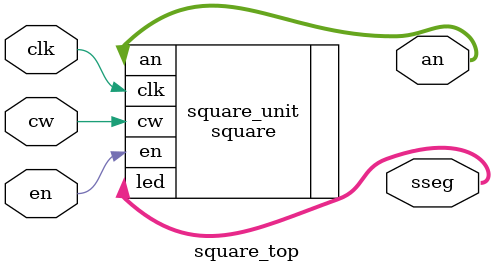
<source format=v>
`timescale 1ns / 1ps


module square_top(
    input clk, 
    input en, // enable/pause the circulation -  1 for pause, 0 for continue
    input cw, // dir of circulation - 1 for cw, 0 for anti-cw
    output [3:0] an,
    output [7:0] sseg
    );
    
//    wire debounced_en, debounced_cw;
//    debounce_explicit debounce_en(
//        .clk_100MHz(clk),
//        .reset(1'b0),
//        .btn(en),
//        .db_level(),
//        .db_tick(debounced_en)
//    );
    
//    debounce_explicit debounce_cw(
//        .clk_100MHz(clk),
//        .reset(1'b0),
//        .btn(en),
//        .db_level(),
//        .db_tick(debounced_cw)
//    );
    
    wire [7:0] led0, led1, led2, led3;
    square square_unit(
        .clk(clk),
        .en(en),
        .cw(cw),
        .an(an),
        .led(sseg)
    );
endmodule

</source>
